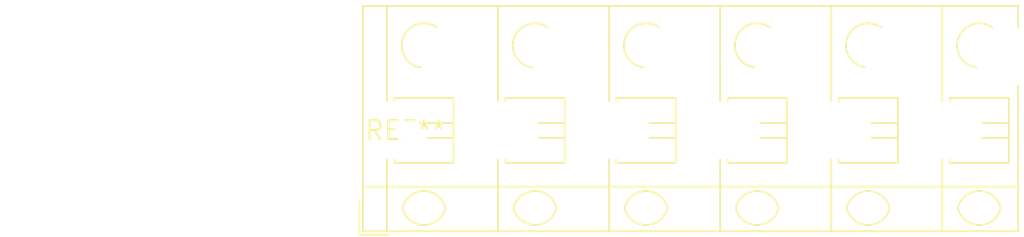
<source format=kicad_pcb>
(kicad_pcb (version 20240108) (generator pcbnew)
  (layers (0 "F.Cu" signal) (31 "B.Cu" signal) (34 "B.Paste" user) (35 "F.Paste" user) (36 "B.SilkS" user "B.Silkscreen") (37 "F.SilkS" user "F.Silkscreen") (38 "B.Mask" user) (39 "F.Mask" user) (44 "Edge.Cuts" user))
  (net 0 "")
  (footprint "TerminalBlock_WAGO_804-306_1x06_P7.50mm_45Degree" (layer "F.Cu") (at 0 0)
    (property "Reference" "REF**")
    (property "Value" "TerminalBlock_WAGO_804-306_1x06_P7.50mm_45Degree")
    (fp_line (start -3.11 4.82) (end -3.11 7.06) (layer "F.SilkS") (stroke (width 0.12)))
    (fp_line (start -3.11 7.06) (end -1.11 7.06) (layer "F.SilkS") (stroke (width 0.12)))
    (fp_line (start -2.87 -8.42) (end -2.87 6.82) (layer "F.SilkS") (stroke (width 0.12)))
    (fp_line (start -2.87 -8.42) (end 41.371 -8.42) (layer "F.SilkS") (stroke (width 0.12)))
    (fp_line (start -2.87 3.8) (end 41.371 3.8) (layer "F.SilkS") (stroke (width 0.12)))
    (fp_line (start -2.87 6.82) (end 41.371 6.82) (layer "F.SilkS") (stroke (width 0.12)))
    (fp_line (start -1.25 -8.42) (end -1.25 -1.98) (layer "F.SilkS") (stroke (width 0.12)))
    (fp_line (start -1.25 1.98) (end -1.25 6.82) (layer "F.SilkS") (stroke (width 0.12)))
    (fp_line (start -0.75 -2.2) (end -0.75 -1.98) (layer "F.SilkS") (stroke (width 0.12)))
    (fp_line (start -0.75 -2.2) (end 3.25 -2.2) (layer "F.SilkS") (stroke (width 0.12)))
    (fp_line (start -0.75 1.98) (end -0.75 2.2) (layer "F.SilkS") (stroke (width 0.12)))
    (fp_line (start -0.75 2.2) (end 3.25 2.2) (layer "F.SilkS") (stroke (width 0.12)))
    (fp_line (start 1.48 -0.5) (end 3.25 -0.5) (layer "F.SilkS") (stroke (width 0.12)))
    (fp_line (start 1.48 0.5) (end 3.25 0.5) (layer "F.SilkS") (stroke (width 0.12)))
    (fp_line (start 3.25 -2.2) (end 3.25 2.2) (layer "F.SilkS") (stroke (width 0.12)))
    (fp_line (start 3.25 -0.5) (end 3.25 0.5) (layer "F.SilkS") (stroke (width 0.12)))
    (fp_line (start 6.25 -8.42) (end 6.25 -1.98) (layer "F.SilkS") (stroke (width 0.12)))
    (fp_line (start 6.25 1.98) (end 6.25 6.82) (layer "F.SilkS") (stroke (width 0.12)))
    (fp_line (start 6.75 -2.2) (end 6.75 -1.98) (layer "F.SilkS") (stroke (width 0.12)))
    (fp_line (start 6.75 -2.2) (end 10.75 -2.2) (layer "F.SilkS") (stroke (width 0.12)))
    (fp_line (start 6.75 1.98) (end 6.75 2.2) (layer "F.SilkS") (stroke (width 0.12)))
    (fp_line (start 6.75 2.2) (end 10.75 2.2) (layer "F.SilkS") (stroke (width 0.12)))
    (fp_line (start 8.98 -0.5) (end 10.75 -0.5) (layer "F.SilkS") (stroke (width 0.12)))
    (fp_line (start 8.98 0.5) (end 10.75 0.5) (layer "F.SilkS") (stroke (width 0.12)))
    (fp_line (start 10.75 -2.2) (end 10.75 2.2) (layer "F.SilkS") (stroke (width 0.12)))
    (fp_line (start 10.75 -0.5) (end 10.75 0.5) (layer "F.SilkS") (stroke (width 0.12)))
    (fp_line (start 13.75 -8.42) (end 13.75 -1.98) (layer "F.SilkS") (stroke (width 0.12)))
    (fp_line (start 13.75 1.98) (end 13.75 6.82) (layer "F.SilkS") (stroke (width 0.12)))
    (fp_line (start 14.25 -2.2) (end 14.25 -1.98) (layer "F.SilkS") (stroke (width 0.12)))
    (fp_line (start 14.25 -2.2) (end 18.25 -2.2) (layer "F.SilkS") (stroke (width 0.12)))
    (fp_line (start 14.25 1.98) (end 14.25 2.2) (layer "F.SilkS") (stroke (width 0.12)))
    (fp_line (start 14.25 2.2) (end 18.25 2.2) (layer "F.SilkS") (stroke (width 0.12)))
    (fp_line (start 16.48 -0.5) (end 18.25 -0.5) (layer "F.SilkS") (stroke (width 0.12)))
    (fp_line (start 16.48 0.5) (end 18.25 0.5) (layer "F.SilkS") (stroke (width 0.12)))
    (fp_line (start 18.25 -2.2) (end 18.25 2.2) (layer "F.SilkS") (stroke (width 0.12)))
    (fp_line (start 18.25 -0.5) (end 18.25 0.5) (layer "F.SilkS") (stroke (width 0.12)))
    (fp_line (start 21.25 -8.42) (end 21.25 -1.98) (layer "F.SilkS") (stroke (width 0.12)))
    (fp_line (start 21.25 1.98) (end 21.25 6.82) (layer "F.SilkS") (stroke (width 0.12)))
    (fp_line (start 21.75 -2.2) (end 21.75 -1.98) (layer "F.SilkS") (stroke (width 0.12)))
    (fp_line (start 21.75 -2.2) (end 25.75 -2.2) (layer "F.SilkS") (stroke (width 0.12)))
    (fp_line (start 21.75 1.98) (end 21.75 2.2) (layer "F.SilkS") (stroke (width 0.12)))
    (fp_line (start 21.75 2.2) (end 25.75 2.2) (layer "F.SilkS") (stroke (width 0.12)))
    (fp_line (start 23.98 -0.5) (end 25.75 -0.5) (layer "F.SilkS") (stroke (width 0.12)))
    (fp_line (start 23.98 0.5) (end 25.75 0.5) (layer "F.SilkS") (stroke (width 0.12)))
    (fp_line (start 25.75 -2.2) (end 25.75 2.2) (layer "F.SilkS") (stroke (width 0.12)))
    (fp_line (start 25.75 -0.5) (end 25.75 0.5) (layer "F.SilkS") (stroke (width 0.12)))
    (fp_line (start 28.75 -8.42) (end 28.75 -1.98) (layer "F.SilkS") (stroke (width 0.12)))
    (fp_line (start 28.75 1.98) (end 28.75 6.82) (layer "F.SilkS") (stroke (width 0.12)))
    (fp_line (start 29.25 -2.2) (end 29.25 -1.98) (layer "F.SilkS") (stroke (width 0.12)))
    (fp_line (start 29.25 -2.2) (end 33.25 -2.2) (layer "F.SilkS") (stroke (width 0.12)))
    (fp_line (start 29.25 1.98) (end 29.25 2.2) (layer "F.SilkS") (stroke (width 0.12)))
    (fp_line (start 29.25 2.2) (end 33.25 2.2) (layer "F.SilkS") (stroke (width 0.12)))
    (fp_line (start 31.48 -0.5) (end 33.25 -0.5) (layer "F.SilkS") (stroke (width 0.12)))
    (fp_line (start 31.48 0.5) (end 33.25 0.5) (layer "F.SilkS") (stroke (width 0.12)))
    (fp_line (start 33.25 -2.2) (end 33.25 2.2) (layer "F.SilkS") (stroke (width 0.12)))
    (fp_line (start 33.25 -0.5) (end 33.25 0.5) (layer "F.SilkS") (stroke (width 0.12)))
    (fp_line (start 36.25 -8.42) (end 36.25 -1.98) (layer "F.SilkS") (stroke (width 0.12)))
    (fp_line (start 36.25 1.98) (end 36.25 6.82) (layer "F.SilkS") (stroke (width 0.12)))
    (fp_line (start 36.75 -2.2) (end 36.75 -1.98) (layer "F.SilkS") (stroke (width 0.12)))
    (fp_line (start 36.75 -2.2) (end 40.75 -2.2) (layer "F.SilkS") (stroke (width 0.12)))
    (fp_line (start 36.75 1.98) (end 36.75 2.2) (layer "F.SilkS") (stroke (width 0.12)))
    (fp_line (start 36.75 2.2) (end 40.75 2.2) (layer "F.SilkS") (stroke (width 0.12)))
    (fp_line (start 38.98 -0.5) (end 40.75 -0.5) (layer "F.SilkS") (stroke (width 0.12)))
    (fp_line (start 38.98 0.5) (end 40.75 0.5) (layer "F.SilkS") (stroke (width 0.12)))
    (fp_line (start 40.75 -2.2) (end 40.75 2.2) (layer "F.SilkS") (stroke (width 0.12)))
    (fp_line (start 40.75 -0.5) (end 40.75 0.5) (layer "F.SilkS") (stroke (width 0.12)))
    (fp_line (start 41.371 -8.42) (end 41.371 -6.98) (layer "F.SilkS") (stroke (width 0.12)))
    (fp_line (start 41.371 -3.02) (end 41.371 6.82) (layer "F.SilkS") (stroke (width 0.12)))
    (fp_arc (start -0.200865 5.250424) (mid 1.250296 4.099926) (end 2.701 5.251) (layer "F.SilkS") (stroke (width 0.12)))
    (fp_arc (start 1.040798 -4.264067) (mid -0.146039 -6.300306) (end 2.111 -6.979) (layer "F.SilkS") (stroke (width 0.12)))
    (fp_arc (start 2.7 5.25) (mid 1.250068 6.400101) (end -0.199969 5.250133) (layer "F.SilkS") (stroke (width 0.12)))
    (fp_arc (start 7.299135 5.250424) (mid 8.750296 4.099926) (end 10.201 5.251) (layer "F.SilkS") (stroke (width 0.12)))
    (fp_arc (start 8.540798 -4.264067) (mid 7.353961 -6.300306) (end 9.611 -6.979) (layer "F.SilkS") (stroke (width 0.12)))
    (fp_arc (start 10.2 5.25) (mid 8.750068 6.400101) (end 7.300031 5.250133) (layer "F.SilkS") (stroke (width 0.12)))
    (fp_arc (start 14.799135 5.250424) (mid 16.250296 4.099926) (end 17.701 5.251) (layer "F.SilkS") (stroke (width 0.12)))
    (fp_arc (start 16.040798 -4.264067) (mid 14.853961 -6.300306) (end 17.111 -6.979) (layer "F.SilkS") (stroke (width 0.12)))
    (fp_arc (start 17.7 5.25) (mid 16.250068 6.400101) (end 14.800031 5.250133) (layer "F.SilkS") (stroke (width 0.12)))
    (fp_arc (start 22.299135 5.250424) (mid 23.750296 4.099926) (end 25.201 5.251) (layer "F.SilkS") (stroke (width 0.12)))
    (fp_arc (start 23.540798 -4.264067) (mid 22.353961 -6.300306) (end 24.611 -6.979) (layer "F.SilkS") (stroke (width 0.12)))
    (fp_arc (start 25.2 5.25) (mid 23.750068 6.400101) (end 22.300031 5.250133) (layer "F.SilkS") (stroke (width 0.12)))
    (fp_arc (start 29.799135 5.250424) (mid 31.250296 4.099926) (end 32.701 5.251) (layer "F.SilkS") (stroke (width 0.12)))
    (fp_arc (start 31.040798 -4.264067) (mid 29.853961 -6.300306) (end 32.111 -6.979) (layer "F.SilkS") (stroke (width 0.12)))
    (fp_arc (start 32.701 5.25) (mid 31.250296 6.401074) (end 29.799135 5.250576) (layer "F.SilkS") (stroke (width 0.12)))
    (fp_arc (start 37.299135 5.250424) (mid 38.750296 4.099926) (end 40.201 5.251) (layer "F.SilkS") (stroke (width 0.12)))
    (fp_arc (start 38.540798 -4.264067) (mid 37.353961 -6.300306) (end 39.611 -6.979) (layer "F.SilkS") (stroke (width 0.12)))
    (fp_arc (start 40.2 5.25) (mid 38.750068 6.400101) (end 37.300031 5.250133) (layer "F.SilkS") (stroke (width 0.12)))
    (pad "1" thru_hole rect (at 0 0) (size 2 3) (drill 1.2) (layers *.Cu *.Mask) (remove_unused_layers))
    (pad "1" thru_hole rect (at 2.5 -5) (size 2 3) (drill 1.2) (layers *.Cu *.Mask) (remove_unused_layers))
    (pad "2" thru_hole oval (at 7.5 0) (size 2 3) (drill 1.2) (layers *.Cu *.Mask) (remove_unused_layers))
    (pad "2" thru_hole oval (at 10 -5) (size 2 3) (drill 1.2) (layers *.Cu *.Mask) (remove_unused_layers))
    (pad "3" thru_hole oval (at 15 0) (size 2 3) (drill 1.2) (layers *.Cu *.Mask) (remove_unused_layers))
    (pad "3" thru_hole oval (at 17.5 -5) (size 2 3) (drill 1.2) (layers *.Cu *.Mask) (remove_unused_layers))
    (pad "4" thru_hole oval (at 22.5 0) (size 2 3) (drill 1.2) (layers *.Cu *.Mask) (remove_unused_layers))
    (pad "4" thru_hole oval (at 25 -5) (size 2 3) (drill 1.2) (layers *.Cu *.Mask) (remove_unused_layers))
    (pad "5" thru_hole oval (at 30 0) (size 2 3) (drill 1.2) (layers *.Cu *.Mask) (remove_unused_layers))
    (pad "5" thru_hole oval (at 32.5 -5) (size 2 3) (drill 1.2) (layers *.Cu *.Mask) (remove_unused_layers))
    (pad "6" thru_hole oval (at 37.5 0) (size 2 3) (drill 1.2) (layers *.Cu *.Mask) (remove_unused_layers))
    (pad "6" thru_hole oval (at 40 -5) (size 2 3) (drill 1.2) (layers *.Cu *.Mask) (remove_unused_layers))
  )
)
</source>
